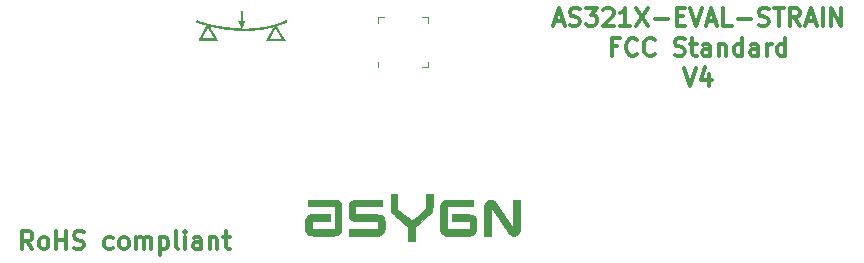
<source format=gbr>
G04 #@! TF.GenerationSoftware,KiCad,Pcbnew,5.1.9*
G04 #@! TF.CreationDate,2022-09-01T16:12:18+02:00*
G04 #@! TF.ProjectId,picsyle-R_strain_915,70696373-796c-4652-9d52-5f7374726169,rev?*
G04 #@! TF.SameCoordinates,Original*
G04 #@! TF.FileFunction,Legend,Top*
G04 #@! TF.FilePolarity,Positive*
%FSLAX46Y46*%
G04 Gerber Fmt 4.6, Leading zero omitted, Abs format (unit mm)*
G04 Created by KiCad (PCBNEW 5.1.9) date 2022-09-01 16:12:18*
%MOMM*%
%LPD*%
G01*
G04 APERTURE LIST*
%ADD10C,0.300000*%
%ADD11C,0.120000*%
%ADD12C,0.010000*%
G04 APERTURE END LIST*
D10*
X67616571Y-115486571D02*
X67116571Y-114772285D01*
X66759428Y-115486571D02*
X66759428Y-113986571D01*
X67330857Y-113986571D01*
X67473714Y-114058000D01*
X67545142Y-114129428D01*
X67616571Y-114272285D01*
X67616571Y-114486571D01*
X67545142Y-114629428D01*
X67473714Y-114700857D01*
X67330857Y-114772285D01*
X66759428Y-114772285D01*
X68473714Y-115486571D02*
X68330857Y-115415142D01*
X68259428Y-115343714D01*
X68188000Y-115200857D01*
X68188000Y-114772285D01*
X68259428Y-114629428D01*
X68330857Y-114558000D01*
X68473714Y-114486571D01*
X68688000Y-114486571D01*
X68830857Y-114558000D01*
X68902285Y-114629428D01*
X68973714Y-114772285D01*
X68973714Y-115200857D01*
X68902285Y-115343714D01*
X68830857Y-115415142D01*
X68688000Y-115486571D01*
X68473714Y-115486571D01*
X69616571Y-115486571D02*
X69616571Y-113986571D01*
X69616571Y-114700857D02*
X70473714Y-114700857D01*
X70473714Y-115486571D02*
X70473714Y-113986571D01*
X71116571Y-115415142D02*
X71330857Y-115486571D01*
X71688000Y-115486571D01*
X71830857Y-115415142D01*
X71902285Y-115343714D01*
X71973714Y-115200857D01*
X71973714Y-115058000D01*
X71902285Y-114915142D01*
X71830857Y-114843714D01*
X71688000Y-114772285D01*
X71402285Y-114700857D01*
X71259428Y-114629428D01*
X71188000Y-114558000D01*
X71116571Y-114415142D01*
X71116571Y-114272285D01*
X71188000Y-114129428D01*
X71259428Y-114058000D01*
X71402285Y-113986571D01*
X71759428Y-113986571D01*
X71973714Y-114058000D01*
X74402285Y-115415142D02*
X74259428Y-115486571D01*
X73973714Y-115486571D01*
X73830857Y-115415142D01*
X73759428Y-115343714D01*
X73688000Y-115200857D01*
X73688000Y-114772285D01*
X73759428Y-114629428D01*
X73830857Y-114558000D01*
X73973714Y-114486571D01*
X74259428Y-114486571D01*
X74402285Y-114558000D01*
X75259428Y-115486571D02*
X75116571Y-115415142D01*
X75045142Y-115343714D01*
X74973714Y-115200857D01*
X74973714Y-114772285D01*
X75045142Y-114629428D01*
X75116571Y-114558000D01*
X75259428Y-114486571D01*
X75473714Y-114486571D01*
X75616571Y-114558000D01*
X75688000Y-114629428D01*
X75759428Y-114772285D01*
X75759428Y-115200857D01*
X75688000Y-115343714D01*
X75616571Y-115415142D01*
X75473714Y-115486571D01*
X75259428Y-115486571D01*
X76402285Y-115486571D02*
X76402285Y-114486571D01*
X76402285Y-114629428D02*
X76473714Y-114558000D01*
X76616571Y-114486571D01*
X76830857Y-114486571D01*
X76973714Y-114558000D01*
X77045142Y-114700857D01*
X77045142Y-115486571D01*
X77045142Y-114700857D02*
X77116571Y-114558000D01*
X77259428Y-114486571D01*
X77473714Y-114486571D01*
X77616571Y-114558000D01*
X77688000Y-114700857D01*
X77688000Y-115486571D01*
X78402285Y-114486571D02*
X78402285Y-115986571D01*
X78402285Y-114558000D02*
X78545142Y-114486571D01*
X78830857Y-114486571D01*
X78973714Y-114558000D01*
X79045142Y-114629428D01*
X79116571Y-114772285D01*
X79116571Y-115200857D01*
X79045142Y-115343714D01*
X78973714Y-115415142D01*
X78830857Y-115486571D01*
X78545142Y-115486571D01*
X78402285Y-115415142D01*
X79973714Y-115486571D02*
X79830857Y-115415142D01*
X79759428Y-115272285D01*
X79759428Y-113986571D01*
X80545142Y-115486571D02*
X80545142Y-114486571D01*
X80545142Y-113986571D02*
X80473714Y-114058000D01*
X80545142Y-114129428D01*
X80616571Y-114058000D01*
X80545142Y-113986571D01*
X80545142Y-114129428D01*
X81902285Y-115486571D02*
X81902285Y-114700857D01*
X81830857Y-114558000D01*
X81688000Y-114486571D01*
X81402285Y-114486571D01*
X81259428Y-114558000D01*
X81902285Y-115415142D02*
X81759428Y-115486571D01*
X81402285Y-115486571D01*
X81259428Y-115415142D01*
X81188000Y-115272285D01*
X81188000Y-115129428D01*
X81259428Y-114986571D01*
X81402285Y-114915142D01*
X81759428Y-114915142D01*
X81902285Y-114843714D01*
X82616571Y-114486571D02*
X82616571Y-115486571D01*
X82616571Y-114629428D02*
X82688000Y-114558000D01*
X82830857Y-114486571D01*
X83045142Y-114486571D01*
X83188000Y-114558000D01*
X83259428Y-114700857D01*
X83259428Y-115486571D01*
X83759428Y-114486571D02*
X84330857Y-114486571D01*
X83973714Y-113986571D02*
X83973714Y-115272285D01*
X84045142Y-115415142D01*
X84188000Y-115486571D01*
X84330857Y-115486571D01*
X111820428Y-96142000D02*
X112534714Y-96142000D01*
X111677571Y-96570571D02*
X112177571Y-95070571D01*
X112677571Y-96570571D01*
X113106142Y-96499142D02*
X113320428Y-96570571D01*
X113677571Y-96570571D01*
X113820428Y-96499142D01*
X113891857Y-96427714D01*
X113963285Y-96284857D01*
X113963285Y-96142000D01*
X113891857Y-95999142D01*
X113820428Y-95927714D01*
X113677571Y-95856285D01*
X113391857Y-95784857D01*
X113249000Y-95713428D01*
X113177571Y-95642000D01*
X113106142Y-95499142D01*
X113106142Y-95356285D01*
X113177571Y-95213428D01*
X113249000Y-95142000D01*
X113391857Y-95070571D01*
X113749000Y-95070571D01*
X113963285Y-95142000D01*
X114463285Y-95070571D02*
X115391857Y-95070571D01*
X114891857Y-95642000D01*
X115106142Y-95642000D01*
X115249000Y-95713428D01*
X115320428Y-95784857D01*
X115391857Y-95927714D01*
X115391857Y-96284857D01*
X115320428Y-96427714D01*
X115249000Y-96499142D01*
X115106142Y-96570571D01*
X114677571Y-96570571D01*
X114534714Y-96499142D01*
X114463285Y-96427714D01*
X115963285Y-95213428D02*
X116034714Y-95142000D01*
X116177571Y-95070571D01*
X116534714Y-95070571D01*
X116677571Y-95142000D01*
X116749000Y-95213428D01*
X116820428Y-95356285D01*
X116820428Y-95499142D01*
X116749000Y-95713428D01*
X115891857Y-96570571D01*
X116820428Y-96570571D01*
X118249000Y-96570571D02*
X117391857Y-96570571D01*
X117820428Y-96570571D02*
X117820428Y-95070571D01*
X117677571Y-95284857D01*
X117534714Y-95427714D01*
X117391857Y-95499142D01*
X118749000Y-95070571D02*
X119749000Y-96570571D01*
X119749000Y-95070571D02*
X118749000Y-96570571D01*
X120320428Y-95999142D02*
X121463285Y-95999142D01*
X122177571Y-95784857D02*
X122677571Y-95784857D01*
X122891857Y-96570571D02*
X122177571Y-96570571D01*
X122177571Y-95070571D01*
X122891857Y-95070571D01*
X123320428Y-95070571D02*
X123820428Y-96570571D01*
X124320428Y-95070571D01*
X124749000Y-96142000D02*
X125463285Y-96142000D01*
X124606142Y-96570571D02*
X125106142Y-95070571D01*
X125606142Y-96570571D01*
X126820428Y-96570571D02*
X126106142Y-96570571D01*
X126106142Y-95070571D01*
X127320428Y-95999142D02*
X128463285Y-95999142D01*
X129106142Y-96499142D02*
X129320428Y-96570571D01*
X129677571Y-96570571D01*
X129820428Y-96499142D01*
X129891857Y-96427714D01*
X129963285Y-96284857D01*
X129963285Y-96142000D01*
X129891857Y-95999142D01*
X129820428Y-95927714D01*
X129677571Y-95856285D01*
X129391857Y-95784857D01*
X129249000Y-95713428D01*
X129177571Y-95642000D01*
X129106142Y-95499142D01*
X129106142Y-95356285D01*
X129177571Y-95213428D01*
X129249000Y-95142000D01*
X129391857Y-95070571D01*
X129749000Y-95070571D01*
X129963285Y-95142000D01*
X130391857Y-95070571D02*
X131249000Y-95070571D01*
X130820428Y-96570571D02*
X130820428Y-95070571D01*
X132606142Y-96570571D02*
X132106142Y-95856285D01*
X131749000Y-96570571D02*
X131749000Y-95070571D01*
X132320428Y-95070571D01*
X132463285Y-95142000D01*
X132534714Y-95213428D01*
X132606142Y-95356285D01*
X132606142Y-95570571D01*
X132534714Y-95713428D01*
X132463285Y-95784857D01*
X132320428Y-95856285D01*
X131749000Y-95856285D01*
X133177571Y-96142000D02*
X133891857Y-96142000D01*
X133034714Y-96570571D02*
X133534714Y-95070571D01*
X134034714Y-96570571D01*
X134534714Y-96570571D02*
X134534714Y-95070571D01*
X135249000Y-96570571D02*
X135249000Y-95070571D01*
X136106142Y-96570571D01*
X136106142Y-95070571D01*
X117141857Y-98334857D02*
X116641857Y-98334857D01*
X116641857Y-99120571D02*
X116641857Y-97620571D01*
X117356142Y-97620571D01*
X118784714Y-98977714D02*
X118713285Y-99049142D01*
X118499000Y-99120571D01*
X118356142Y-99120571D01*
X118141857Y-99049142D01*
X117999000Y-98906285D01*
X117927571Y-98763428D01*
X117856142Y-98477714D01*
X117856142Y-98263428D01*
X117927571Y-97977714D01*
X117999000Y-97834857D01*
X118141857Y-97692000D01*
X118356142Y-97620571D01*
X118499000Y-97620571D01*
X118713285Y-97692000D01*
X118784714Y-97763428D01*
X120284714Y-98977714D02*
X120213285Y-99049142D01*
X119999000Y-99120571D01*
X119856142Y-99120571D01*
X119641857Y-99049142D01*
X119499000Y-98906285D01*
X119427571Y-98763428D01*
X119356142Y-98477714D01*
X119356142Y-98263428D01*
X119427571Y-97977714D01*
X119499000Y-97834857D01*
X119641857Y-97692000D01*
X119856142Y-97620571D01*
X119999000Y-97620571D01*
X120213285Y-97692000D01*
X120284714Y-97763428D01*
X121999000Y-99049142D02*
X122213285Y-99120571D01*
X122570428Y-99120571D01*
X122713285Y-99049142D01*
X122784714Y-98977714D01*
X122856142Y-98834857D01*
X122856142Y-98692000D01*
X122784714Y-98549142D01*
X122713285Y-98477714D01*
X122570428Y-98406285D01*
X122284714Y-98334857D01*
X122141857Y-98263428D01*
X122070428Y-98192000D01*
X121999000Y-98049142D01*
X121999000Y-97906285D01*
X122070428Y-97763428D01*
X122141857Y-97692000D01*
X122284714Y-97620571D01*
X122641857Y-97620571D01*
X122856142Y-97692000D01*
X123284714Y-98120571D02*
X123856142Y-98120571D01*
X123499000Y-97620571D02*
X123499000Y-98906285D01*
X123570428Y-99049142D01*
X123713285Y-99120571D01*
X123856142Y-99120571D01*
X124999000Y-99120571D02*
X124999000Y-98334857D01*
X124927571Y-98192000D01*
X124784714Y-98120571D01*
X124499000Y-98120571D01*
X124356142Y-98192000D01*
X124999000Y-99049142D02*
X124856142Y-99120571D01*
X124499000Y-99120571D01*
X124356142Y-99049142D01*
X124284714Y-98906285D01*
X124284714Y-98763428D01*
X124356142Y-98620571D01*
X124499000Y-98549142D01*
X124856142Y-98549142D01*
X124999000Y-98477714D01*
X125713285Y-98120571D02*
X125713285Y-99120571D01*
X125713285Y-98263428D02*
X125784714Y-98192000D01*
X125927571Y-98120571D01*
X126141857Y-98120571D01*
X126284714Y-98192000D01*
X126356142Y-98334857D01*
X126356142Y-99120571D01*
X127713285Y-99120571D02*
X127713285Y-97620571D01*
X127713285Y-99049142D02*
X127570428Y-99120571D01*
X127284714Y-99120571D01*
X127141857Y-99049142D01*
X127070428Y-98977714D01*
X126999000Y-98834857D01*
X126999000Y-98406285D01*
X127070428Y-98263428D01*
X127141857Y-98192000D01*
X127284714Y-98120571D01*
X127570428Y-98120571D01*
X127713285Y-98192000D01*
X129070428Y-99120571D02*
X129070428Y-98334857D01*
X128999000Y-98192000D01*
X128856142Y-98120571D01*
X128570428Y-98120571D01*
X128427571Y-98192000D01*
X129070428Y-99049142D02*
X128927571Y-99120571D01*
X128570428Y-99120571D01*
X128427571Y-99049142D01*
X128356142Y-98906285D01*
X128356142Y-98763428D01*
X128427571Y-98620571D01*
X128570428Y-98549142D01*
X128927571Y-98549142D01*
X129070428Y-98477714D01*
X129784714Y-99120571D02*
X129784714Y-98120571D01*
X129784714Y-98406285D02*
X129856142Y-98263428D01*
X129927571Y-98192000D01*
X130070428Y-98120571D01*
X130213285Y-98120571D01*
X131356142Y-99120571D02*
X131356142Y-97620571D01*
X131356142Y-99049142D02*
X131213285Y-99120571D01*
X130927571Y-99120571D01*
X130784714Y-99049142D01*
X130713285Y-98977714D01*
X130641857Y-98834857D01*
X130641857Y-98406285D01*
X130713285Y-98263428D01*
X130784714Y-98192000D01*
X130927571Y-98120571D01*
X131213285Y-98120571D01*
X131356142Y-98192000D01*
X122784714Y-100170571D02*
X123284714Y-101670571D01*
X123784714Y-100170571D01*
X124927571Y-100670571D02*
X124927571Y-101670571D01*
X124570428Y-100099142D02*
X124213285Y-101170571D01*
X125141857Y-101170571D01*
D11*
X96889620Y-96352300D02*
X96889620Y-95877300D01*
X96889620Y-95877300D02*
X97364620Y-95877300D01*
X101109620Y-99622300D02*
X101109620Y-100097300D01*
X101109620Y-100097300D02*
X100634620Y-100097300D01*
X101109620Y-96352300D02*
X101109620Y-95877300D01*
X101109620Y-95877300D02*
X100634620Y-95877300D01*
X96889620Y-99622300D02*
X96889620Y-100097300D01*
D12*
G36*
X98503833Y-112076425D02*
G01*
X99108323Y-112578567D01*
X99206169Y-112659732D01*
X99299378Y-112736830D01*
X99386659Y-112808808D01*
X99466722Y-112874610D01*
X99538276Y-112933183D01*
X99600029Y-112983473D01*
X99650691Y-113024424D01*
X99688971Y-113054983D01*
X99713577Y-113074096D01*
X99723218Y-113080708D01*
X99723220Y-113080708D01*
X99732840Y-113074093D01*
X99757403Y-113054952D01*
X99795620Y-113024342D01*
X99846199Y-112983322D01*
X99907851Y-112932947D01*
X99979286Y-112874275D01*
X100059212Y-112808363D01*
X100146341Y-112736268D01*
X100239381Y-112659048D01*
X100336350Y-112578337D01*
X100939074Y-112075966D01*
X100931574Y-111448566D01*
X100924074Y-110821167D01*
X101488333Y-110821167D01*
X101488176Y-111485271D01*
X101488109Y-111628408D01*
X101487894Y-111752085D01*
X101487404Y-111858006D01*
X101486510Y-111947879D01*
X101485083Y-112023408D01*
X101482997Y-112086299D01*
X101480122Y-112138258D01*
X101476331Y-112180992D01*
X101471496Y-112216205D01*
X101465487Y-112245604D01*
X101458178Y-112270894D01*
X101449441Y-112293782D01*
X101439146Y-112315972D01*
X101427166Y-112339172D01*
X101423519Y-112346029D01*
X101397793Y-112387954D01*
X101366551Y-112430278D01*
X101346874Y-112452847D01*
X101331903Y-112466731D01*
X101301972Y-112493006D01*
X101258410Y-112530547D01*
X101202547Y-112578231D01*
X101135713Y-112634932D01*
X101059236Y-112699526D01*
X100974447Y-112770889D01*
X100882675Y-112847895D01*
X100785249Y-112929422D01*
X100683499Y-113014343D01*
X100649422Y-113042735D01*
X99996083Y-113586845D01*
X99996083Y-114842833D01*
X99445750Y-114842833D01*
X99445431Y-114215771D01*
X99445112Y-113588708D01*
X98765451Y-113022500D01*
X98638599Y-112916793D01*
X98526971Y-112823614D01*
X98429525Y-112741949D01*
X98345220Y-112670785D01*
X98273012Y-112609106D01*
X98211859Y-112555900D01*
X98160719Y-112510151D01*
X98118548Y-112470846D01*
X98084305Y-112436971D01*
X98056947Y-112407511D01*
X98035432Y-112381452D01*
X98018716Y-112357781D01*
X98005758Y-112335483D01*
X97995515Y-112313544D01*
X97986944Y-112290950D01*
X97979003Y-112266687D01*
X97974906Y-112253493D01*
X97970597Y-112238824D01*
X97966908Y-112223705D01*
X97963791Y-112206452D01*
X97961197Y-112185380D01*
X97959080Y-112158805D01*
X97957389Y-112125043D01*
X97956079Y-112082410D01*
X97955100Y-112029221D01*
X97954405Y-111963792D01*
X97953946Y-111884439D01*
X97953674Y-111789477D01*
X97953542Y-111677222D01*
X97953501Y-111545991D01*
X97953500Y-111502677D01*
X97953500Y-110821167D01*
X98503833Y-110821167D01*
X98503833Y-112076425D01*
G37*
X98503833Y-112076425D02*
X99108323Y-112578567D01*
X99206169Y-112659732D01*
X99299378Y-112736830D01*
X99386659Y-112808808D01*
X99466722Y-112874610D01*
X99538276Y-112933183D01*
X99600029Y-112983473D01*
X99650691Y-113024424D01*
X99688971Y-113054983D01*
X99713577Y-113074096D01*
X99723218Y-113080708D01*
X99723220Y-113080708D01*
X99732840Y-113074093D01*
X99757403Y-113054952D01*
X99795620Y-113024342D01*
X99846199Y-112983322D01*
X99907851Y-112932947D01*
X99979286Y-112874275D01*
X100059212Y-112808363D01*
X100146341Y-112736268D01*
X100239381Y-112659048D01*
X100336350Y-112578337D01*
X100939074Y-112075966D01*
X100931574Y-111448566D01*
X100924074Y-110821167D01*
X101488333Y-110821167D01*
X101488176Y-111485271D01*
X101488109Y-111628408D01*
X101487894Y-111752085D01*
X101487404Y-111858006D01*
X101486510Y-111947879D01*
X101485083Y-112023408D01*
X101482997Y-112086299D01*
X101480122Y-112138258D01*
X101476331Y-112180992D01*
X101471496Y-112216205D01*
X101465487Y-112245604D01*
X101458178Y-112270894D01*
X101449441Y-112293782D01*
X101439146Y-112315972D01*
X101427166Y-112339172D01*
X101423519Y-112346029D01*
X101397793Y-112387954D01*
X101366551Y-112430278D01*
X101346874Y-112452847D01*
X101331903Y-112466731D01*
X101301972Y-112493006D01*
X101258410Y-112530547D01*
X101202547Y-112578231D01*
X101135713Y-112634932D01*
X101059236Y-112699526D01*
X100974447Y-112770889D01*
X100882675Y-112847895D01*
X100785249Y-112929422D01*
X100683499Y-113014343D01*
X100649422Y-113042735D01*
X99996083Y-113586845D01*
X99996083Y-114842833D01*
X99445750Y-114842833D01*
X99445431Y-114215771D01*
X99445112Y-113588708D01*
X98765451Y-113022500D01*
X98638599Y-112916793D01*
X98526971Y-112823614D01*
X98429525Y-112741949D01*
X98345220Y-112670785D01*
X98273012Y-112609106D01*
X98211859Y-112555900D01*
X98160719Y-112510151D01*
X98118548Y-112470846D01*
X98084305Y-112436971D01*
X98056947Y-112407511D01*
X98035432Y-112381452D01*
X98018716Y-112357781D01*
X98005758Y-112335483D01*
X97995515Y-112313544D01*
X97986944Y-112290950D01*
X97979003Y-112266687D01*
X97974906Y-112253493D01*
X97970597Y-112238824D01*
X97966908Y-112223705D01*
X97963791Y-112206452D01*
X97961197Y-112185380D01*
X97959080Y-112158805D01*
X97957389Y-112125043D01*
X97956079Y-112082410D01*
X97955100Y-112029221D01*
X97954405Y-111963792D01*
X97953946Y-111884439D01*
X97953674Y-111789477D01*
X97953542Y-111677222D01*
X97953501Y-111545991D01*
X97953500Y-111502677D01*
X97953500Y-110821167D01*
X98503833Y-110821167D01*
X98503833Y-112076425D01*
G36*
X97180916Y-111868917D02*
G01*
X94947833Y-111868917D01*
X94947833Y-112556833D01*
X95966479Y-112556959D01*
X96139686Y-112556978D01*
X96293071Y-112557030D01*
X96427976Y-112557176D01*
X96545746Y-112557477D01*
X96647722Y-112557995D01*
X96735251Y-112558788D01*
X96809673Y-112559920D01*
X96872335Y-112561450D01*
X96924578Y-112563439D01*
X96967746Y-112565949D01*
X97003184Y-112569040D01*
X97032234Y-112572772D01*
X97056240Y-112577208D01*
X97076546Y-112582407D01*
X97094496Y-112588431D01*
X97111432Y-112595341D01*
X97128699Y-112603197D01*
X97143875Y-112610307D01*
X97185528Y-112635759D01*
X97232976Y-112674079D01*
X97281004Y-112720055D01*
X97324402Y-112768475D01*
X97357956Y-112814125D01*
X97370859Y-112837292D01*
X97383218Y-112864436D01*
X97393502Y-112889662D01*
X97401900Y-112915174D01*
X97408604Y-112943175D01*
X97413806Y-112975869D01*
X97417697Y-113015460D01*
X97420468Y-113064151D01*
X97422310Y-113124146D01*
X97423415Y-113197648D01*
X97423974Y-113286863D01*
X97424179Y-113393992D01*
X97424207Y-113451850D01*
X97424139Y-113565612D01*
X97423822Y-113660257D01*
X97423188Y-113737833D01*
X97422172Y-113800388D01*
X97420706Y-113849970D01*
X97418723Y-113888628D01*
X97416156Y-113918409D01*
X97412939Y-113941364D01*
X97409005Y-113959538D01*
X97407448Y-113965141D01*
X97369204Y-114060340D01*
X97314408Y-114146016D01*
X97245568Y-114219858D01*
X97165189Y-114279552D01*
X97075777Y-114322786D01*
X96996410Y-114344530D01*
X96975825Y-114346522D01*
X96936798Y-114348318D01*
X96879063Y-114349919D01*
X96802353Y-114351328D01*
X96706402Y-114352547D01*
X96590944Y-114353578D01*
X96455712Y-114354423D01*
X96300439Y-114355085D01*
X96124859Y-114355567D01*
X95928706Y-114355869D01*
X95711713Y-114355995D01*
X95660264Y-114356000D01*
X94386916Y-114356000D01*
X94386916Y-113795083D01*
X96874000Y-113795083D01*
X96874000Y-113107167D01*
X95848531Y-113107167D01*
X95678154Y-113107155D01*
X95527618Y-113107103D01*
X95395597Y-113106986D01*
X95280764Y-113106777D01*
X95181793Y-113106452D01*
X95097358Y-113105985D01*
X95026134Y-113105350D01*
X94966794Y-113104523D01*
X94918012Y-113103476D01*
X94878461Y-113102186D01*
X94846817Y-113100626D01*
X94821753Y-113098772D01*
X94801942Y-113096596D01*
X94786059Y-113094075D01*
X94772777Y-113091183D01*
X94760771Y-113087894D01*
X94755038Y-113086156D01*
X94660759Y-113046398D01*
X94576703Y-112989656D01*
X94505200Y-112918353D01*
X94448584Y-112834913D01*
X94409186Y-112741758D01*
X94403139Y-112720505D01*
X94398536Y-112691432D01*
X94394616Y-112644125D01*
X94391377Y-112581503D01*
X94388820Y-112506486D01*
X94386946Y-112421994D01*
X94385754Y-112330949D01*
X94385244Y-112236270D01*
X94385417Y-112140877D01*
X94386272Y-112047690D01*
X94387809Y-111959631D01*
X94390030Y-111879618D01*
X94392932Y-111810573D01*
X94396518Y-111755415D01*
X94400786Y-111717065D01*
X94403121Y-111705315D01*
X94437923Y-111611780D01*
X94490090Y-111526533D01*
X94556937Y-111452093D01*
X94635775Y-111390976D01*
X94723919Y-111345701D01*
X94814839Y-111319470D01*
X94836430Y-111317363D01*
X94877067Y-111315475D01*
X94936974Y-111313805D01*
X95016372Y-111312350D01*
X95115484Y-111311109D01*
X95234532Y-111310079D01*
X95373739Y-111309258D01*
X95533326Y-111308644D01*
X95713518Y-111308234D01*
X95914535Y-111308028D01*
X96029277Y-111308000D01*
X97180916Y-111308000D01*
X97180916Y-111868917D01*
G37*
X97180916Y-111868917D02*
X94947833Y-111868917D01*
X94947833Y-112556833D01*
X95966479Y-112556959D01*
X96139686Y-112556978D01*
X96293071Y-112557030D01*
X96427976Y-112557176D01*
X96545746Y-112557477D01*
X96647722Y-112557995D01*
X96735251Y-112558788D01*
X96809673Y-112559920D01*
X96872335Y-112561450D01*
X96924578Y-112563439D01*
X96967746Y-112565949D01*
X97003184Y-112569040D01*
X97032234Y-112572772D01*
X97056240Y-112577208D01*
X97076546Y-112582407D01*
X97094496Y-112588431D01*
X97111432Y-112595341D01*
X97128699Y-112603197D01*
X97143875Y-112610307D01*
X97185528Y-112635759D01*
X97232976Y-112674079D01*
X97281004Y-112720055D01*
X97324402Y-112768475D01*
X97357956Y-112814125D01*
X97370859Y-112837292D01*
X97383218Y-112864436D01*
X97393502Y-112889662D01*
X97401900Y-112915174D01*
X97408604Y-112943175D01*
X97413806Y-112975869D01*
X97417697Y-113015460D01*
X97420468Y-113064151D01*
X97422310Y-113124146D01*
X97423415Y-113197648D01*
X97423974Y-113286863D01*
X97424179Y-113393992D01*
X97424207Y-113451850D01*
X97424139Y-113565612D01*
X97423822Y-113660257D01*
X97423188Y-113737833D01*
X97422172Y-113800388D01*
X97420706Y-113849970D01*
X97418723Y-113888628D01*
X97416156Y-113918409D01*
X97412939Y-113941364D01*
X97409005Y-113959538D01*
X97407448Y-113965141D01*
X97369204Y-114060340D01*
X97314408Y-114146016D01*
X97245568Y-114219858D01*
X97165189Y-114279552D01*
X97075777Y-114322786D01*
X96996410Y-114344530D01*
X96975825Y-114346522D01*
X96936798Y-114348318D01*
X96879063Y-114349919D01*
X96802353Y-114351328D01*
X96706402Y-114352547D01*
X96590944Y-114353578D01*
X96455712Y-114354423D01*
X96300439Y-114355085D01*
X96124859Y-114355567D01*
X95928706Y-114355869D01*
X95711713Y-114355995D01*
X95660264Y-114356000D01*
X94386916Y-114356000D01*
X94386916Y-113795083D01*
X96874000Y-113795083D01*
X96874000Y-113107167D01*
X95848531Y-113107167D01*
X95678154Y-113107155D01*
X95527618Y-113107103D01*
X95395597Y-113106986D01*
X95280764Y-113106777D01*
X95181793Y-113106452D01*
X95097358Y-113105985D01*
X95026134Y-113105350D01*
X94966794Y-113104523D01*
X94918012Y-113103476D01*
X94878461Y-113102186D01*
X94846817Y-113100626D01*
X94821753Y-113098772D01*
X94801942Y-113096596D01*
X94786059Y-113094075D01*
X94772777Y-113091183D01*
X94760771Y-113087894D01*
X94755038Y-113086156D01*
X94660759Y-113046398D01*
X94576703Y-112989656D01*
X94505200Y-112918353D01*
X94448584Y-112834913D01*
X94409186Y-112741758D01*
X94403139Y-112720505D01*
X94398536Y-112691432D01*
X94394616Y-112644125D01*
X94391377Y-112581503D01*
X94388820Y-112506486D01*
X94386946Y-112421994D01*
X94385754Y-112330949D01*
X94385244Y-112236270D01*
X94385417Y-112140877D01*
X94386272Y-112047690D01*
X94387809Y-111959631D01*
X94390030Y-111879618D01*
X94392932Y-111810573D01*
X94396518Y-111755415D01*
X94400786Y-111717065D01*
X94403121Y-111705315D01*
X94437923Y-111611780D01*
X94490090Y-111526533D01*
X94556937Y-111452093D01*
X94635775Y-111390976D01*
X94723919Y-111345701D01*
X94814839Y-111319470D01*
X94836430Y-111317363D01*
X94877067Y-111315475D01*
X94936974Y-111313805D01*
X95016372Y-111312350D01*
X95115484Y-111311109D01*
X95234532Y-111310079D01*
X95373739Y-111309258D01*
X95533326Y-111308644D01*
X95713518Y-111308234D01*
X95914535Y-111308028D01*
X96029277Y-111308000D01*
X97180916Y-111308000D01*
X97180916Y-111868917D01*
G36*
X92320134Y-111308008D02*
G01*
X92483486Y-111308047D01*
X92628124Y-111308137D01*
X92755278Y-111308299D01*
X92866173Y-111308555D01*
X92962036Y-111308925D01*
X93044095Y-111309430D01*
X93113576Y-111310090D01*
X93171708Y-111310928D01*
X93219716Y-111311963D01*
X93258828Y-111313217D01*
X93290270Y-111314711D01*
X93315271Y-111316465D01*
X93335056Y-111318501D01*
X93350853Y-111320839D01*
X93363890Y-111323500D01*
X93375392Y-111326505D01*
X93384617Y-111329265D01*
X93473831Y-111367062D01*
X93555680Y-111421646D01*
X93626185Y-111489657D01*
X93681368Y-111567737D01*
X93692887Y-111589623D01*
X93702318Y-111608779D01*
X93710688Y-111626350D01*
X93718060Y-111643653D01*
X93724497Y-111662004D01*
X93730063Y-111682720D01*
X93734821Y-111707118D01*
X93738833Y-111736515D01*
X93742165Y-111772227D01*
X93744878Y-111815571D01*
X93747036Y-111867864D01*
X93748703Y-111930422D01*
X93749941Y-112004563D01*
X93750814Y-112091602D01*
X93751385Y-112192857D01*
X93751718Y-112309644D01*
X93751875Y-112443280D01*
X93751920Y-112595082D01*
X93751917Y-112766366D01*
X93751916Y-112817827D01*
X93751816Y-113015994D01*
X93751512Y-113193423D01*
X93751000Y-113350544D01*
X93750276Y-113487785D01*
X93749334Y-113605575D01*
X93748171Y-113704343D01*
X93746781Y-113784517D01*
X93745161Y-113846526D01*
X93743305Y-113890799D01*
X93741210Y-113917765D01*
X93740221Y-113924208D01*
X93713565Y-114008441D01*
X93670868Y-114090290D01*
X93615516Y-114165322D01*
X93550895Y-114229105D01*
X93480392Y-114277208D01*
X93464301Y-114285307D01*
X93444005Y-114294866D01*
X93425280Y-114303349D01*
X93406801Y-114310819D01*
X93387245Y-114317339D01*
X93365285Y-114322971D01*
X93339597Y-114327780D01*
X93308857Y-114331827D01*
X93271739Y-114335175D01*
X93226919Y-114337888D01*
X93173073Y-114340029D01*
X93108875Y-114341661D01*
X93033001Y-114342846D01*
X92944126Y-114343647D01*
X92840925Y-114344128D01*
X92722073Y-114344352D01*
X92586247Y-114344381D01*
X92432120Y-114344278D01*
X92258369Y-114344107D01*
X92227916Y-114344076D01*
X92066419Y-114343816D01*
X91913544Y-114343369D01*
X91770545Y-114342748D01*
X91638676Y-114341966D01*
X91519192Y-114341035D01*
X91413345Y-114339968D01*
X91322391Y-114338778D01*
X91247582Y-114337477D01*
X91190174Y-114336078D01*
X91151419Y-114334594D01*
X91132573Y-114333037D01*
X91132541Y-114333031D01*
X91045985Y-114306792D01*
X90961706Y-114262967D01*
X90884475Y-114204989D01*
X90819057Y-114136292D01*
X90780425Y-114079465D01*
X90765468Y-114052730D01*
X90752931Y-114028197D01*
X90742612Y-114003783D01*
X90734312Y-113977407D01*
X90727831Y-113946986D01*
X90722967Y-113910439D01*
X90719522Y-113865682D01*
X90717295Y-113810633D01*
X90716085Y-113743211D01*
X90715692Y-113661333D01*
X90715917Y-113562917D01*
X90716559Y-113445881D01*
X90716738Y-113417091D01*
X90719791Y-112930899D01*
X90764674Y-112840345D01*
X90820951Y-112748725D01*
X90890979Y-112673195D01*
X90974747Y-112613767D01*
X91072245Y-112570447D01*
X91094775Y-112563305D01*
X91107370Y-112560125D01*
X91123226Y-112557359D01*
X91143800Y-112554980D01*
X91170550Y-112552960D01*
X91204934Y-112551270D01*
X91248407Y-112549882D01*
X91302428Y-112548767D01*
X91368454Y-112547899D01*
X91447942Y-112547248D01*
X91542350Y-112546786D01*
X91653134Y-112546485D01*
X91781753Y-112546316D01*
X91929663Y-112546253D01*
X91975837Y-112546250D01*
X92799416Y-112546250D01*
X92799416Y-113096583D01*
X91264833Y-113096583D01*
X91264833Y-113784500D01*
X93191000Y-113784500D01*
X93191000Y-111858333D01*
X90957916Y-111858333D01*
X90957916Y-111308000D01*
X92136843Y-111308000D01*
X92320134Y-111308008D01*
G37*
X92320134Y-111308008D02*
X92483486Y-111308047D01*
X92628124Y-111308137D01*
X92755278Y-111308299D01*
X92866173Y-111308555D01*
X92962036Y-111308925D01*
X93044095Y-111309430D01*
X93113576Y-111310090D01*
X93171708Y-111310928D01*
X93219716Y-111311963D01*
X93258828Y-111313217D01*
X93290270Y-111314711D01*
X93315271Y-111316465D01*
X93335056Y-111318501D01*
X93350853Y-111320839D01*
X93363890Y-111323500D01*
X93375392Y-111326505D01*
X93384617Y-111329265D01*
X93473831Y-111367062D01*
X93555680Y-111421646D01*
X93626185Y-111489657D01*
X93681368Y-111567737D01*
X93692887Y-111589623D01*
X93702318Y-111608779D01*
X93710688Y-111626350D01*
X93718060Y-111643653D01*
X93724497Y-111662004D01*
X93730063Y-111682720D01*
X93734821Y-111707118D01*
X93738833Y-111736515D01*
X93742165Y-111772227D01*
X93744878Y-111815571D01*
X93747036Y-111867864D01*
X93748703Y-111930422D01*
X93749941Y-112004563D01*
X93750814Y-112091602D01*
X93751385Y-112192857D01*
X93751718Y-112309644D01*
X93751875Y-112443280D01*
X93751920Y-112595082D01*
X93751917Y-112766366D01*
X93751916Y-112817827D01*
X93751816Y-113015994D01*
X93751512Y-113193423D01*
X93751000Y-113350544D01*
X93750276Y-113487785D01*
X93749334Y-113605575D01*
X93748171Y-113704343D01*
X93746781Y-113784517D01*
X93745161Y-113846526D01*
X93743305Y-113890799D01*
X93741210Y-113917765D01*
X93740221Y-113924208D01*
X93713565Y-114008441D01*
X93670868Y-114090290D01*
X93615516Y-114165322D01*
X93550895Y-114229105D01*
X93480392Y-114277208D01*
X93464301Y-114285307D01*
X93444005Y-114294866D01*
X93425280Y-114303349D01*
X93406801Y-114310819D01*
X93387245Y-114317339D01*
X93365285Y-114322971D01*
X93339597Y-114327780D01*
X93308857Y-114331827D01*
X93271739Y-114335175D01*
X93226919Y-114337888D01*
X93173073Y-114340029D01*
X93108875Y-114341661D01*
X93033001Y-114342846D01*
X92944126Y-114343647D01*
X92840925Y-114344128D01*
X92722073Y-114344352D01*
X92586247Y-114344381D01*
X92432120Y-114344278D01*
X92258369Y-114344107D01*
X92227916Y-114344076D01*
X92066419Y-114343816D01*
X91913544Y-114343369D01*
X91770545Y-114342748D01*
X91638676Y-114341966D01*
X91519192Y-114341035D01*
X91413345Y-114339968D01*
X91322391Y-114338778D01*
X91247582Y-114337477D01*
X91190174Y-114336078D01*
X91151419Y-114334594D01*
X91132573Y-114333037D01*
X91132541Y-114333031D01*
X91045985Y-114306792D01*
X90961706Y-114262967D01*
X90884475Y-114204989D01*
X90819057Y-114136292D01*
X90780425Y-114079465D01*
X90765468Y-114052730D01*
X90752931Y-114028197D01*
X90742612Y-114003783D01*
X90734312Y-113977407D01*
X90727831Y-113946986D01*
X90722967Y-113910439D01*
X90719522Y-113865682D01*
X90717295Y-113810633D01*
X90716085Y-113743211D01*
X90715692Y-113661333D01*
X90715917Y-113562917D01*
X90716559Y-113445881D01*
X90716738Y-113417091D01*
X90719791Y-112930899D01*
X90764674Y-112840345D01*
X90820951Y-112748725D01*
X90890979Y-112673195D01*
X90974747Y-112613767D01*
X91072245Y-112570447D01*
X91094775Y-112563305D01*
X91107370Y-112560125D01*
X91123226Y-112557359D01*
X91143800Y-112554980D01*
X91170550Y-112552960D01*
X91204934Y-112551270D01*
X91248407Y-112549882D01*
X91302428Y-112548767D01*
X91368454Y-112547899D01*
X91447942Y-112547248D01*
X91542350Y-112546786D01*
X91653134Y-112546485D01*
X91781753Y-112546316D01*
X91929663Y-112546253D01*
X91975837Y-112546250D01*
X92799416Y-112546250D01*
X92799416Y-113096583D01*
X91264833Y-113096583D01*
X91264833Y-113784500D01*
X93191000Y-113784500D01*
X93191000Y-111858333D01*
X90957916Y-111858333D01*
X90957916Y-111308000D01*
X92136843Y-111308000D01*
X92320134Y-111308008D01*
G36*
X104938500Y-111868917D02*
G01*
X102705416Y-111868917D01*
X102705416Y-113795083D01*
X104631583Y-113795083D01*
X104631583Y-113107167D01*
X103107583Y-113107167D01*
X103107583Y-112556833D01*
X103925568Y-112556833D01*
X104082494Y-112556840D01*
X104219761Y-112556924D01*
X104338876Y-112557177D01*
X104441347Y-112557691D01*
X104528681Y-112558559D01*
X104602386Y-112559875D01*
X104663969Y-112561729D01*
X104714937Y-112564216D01*
X104756799Y-112567428D01*
X104791061Y-112571457D01*
X104819231Y-112576396D01*
X104842817Y-112582338D01*
X104863325Y-112589375D01*
X104882264Y-112597600D01*
X104901141Y-112607106D01*
X104921463Y-112617985D01*
X104921558Y-112618036D01*
X104986669Y-112662419D01*
X105048803Y-112721947D01*
X105102455Y-112790748D01*
X105133415Y-112844086D01*
X105147674Y-112875149D01*
X105159563Y-112906965D01*
X105169260Y-112941665D01*
X105176945Y-112981377D01*
X105182795Y-113028229D01*
X105186988Y-113084352D01*
X105189704Y-113151873D01*
X105191120Y-113232923D01*
X105191415Y-113329630D01*
X105190767Y-113444123D01*
X105190025Y-113519917D01*
X105188835Y-113623216D01*
X105187638Y-113707703D01*
X105186300Y-113775732D01*
X105184687Y-113829657D01*
X105182667Y-113871832D01*
X105180105Y-113904611D01*
X105176868Y-113930348D01*
X105172823Y-113951397D01*
X105167836Y-113970112D01*
X105163768Y-113982918D01*
X105123930Y-114072163D01*
X105067716Y-114153590D01*
X104998274Y-114224260D01*
X104918749Y-114281232D01*
X104832290Y-114321566D01*
X104787351Y-114334597D01*
X104769273Y-114336297D01*
X104730891Y-114337868D01*
X104673064Y-114339301D01*
X104596653Y-114340589D01*
X104502521Y-114341724D01*
X104391527Y-114342698D01*
X104264532Y-114343503D01*
X104122399Y-114344131D01*
X103965987Y-114344575D01*
X103796158Y-114344827D01*
X103657916Y-114344885D01*
X102573125Y-114344870D01*
X102501917Y-114320602D01*
X102424559Y-114286584D01*
X102350733Y-114240095D01*
X102288234Y-114186247D01*
X102274809Y-114171681D01*
X102240431Y-114124174D01*
X102206961Y-114064080D01*
X102178418Y-113999750D01*
X102158822Y-113939534D01*
X102155244Y-113923284D01*
X102153363Y-113902596D01*
X102151658Y-113862613D01*
X102150128Y-113805129D01*
X102148772Y-113731934D01*
X102147590Y-113644819D01*
X102146580Y-113545576D01*
X102145742Y-113435995D01*
X102145074Y-113317868D01*
X102144578Y-113192985D01*
X102144250Y-113063139D01*
X102144091Y-112930120D01*
X102144100Y-112795719D01*
X102144276Y-112661728D01*
X102144619Y-112529937D01*
X102145127Y-112402138D01*
X102145800Y-112280122D01*
X102146637Y-112165681D01*
X102147637Y-112060604D01*
X102148800Y-111966684D01*
X102150124Y-111885711D01*
X102151609Y-111819477D01*
X102153254Y-111769773D01*
X102155059Y-111738390D01*
X102156195Y-111729208D01*
X102183411Y-111643646D01*
X102227156Y-111560794D01*
X102284024Y-111485102D01*
X102350611Y-111421020D01*
X102423511Y-111372995D01*
X102432102Y-111368724D01*
X102451163Y-111359518D01*
X102468718Y-111351299D01*
X102486013Y-111344008D01*
X102504295Y-111337591D01*
X102524809Y-111331992D01*
X102548802Y-111327155D01*
X102577520Y-111323023D01*
X102612208Y-111319542D01*
X102654113Y-111316655D01*
X102704481Y-111314306D01*
X102764558Y-111312439D01*
X102835590Y-111310999D01*
X102918823Y-111309929D01*
X103015502Y-111309174D01*
X103126875Y-111308677D01*
X103254187Y-111308384D01*
X103398685Y-111308237D01*
X103561613Y-111308181D01*
X103744219Y-111308161D01*
X103782270Y-111308156D01*
X104938500Y-111308000D01*
X104938500Y-111868917D01*
G37*
X104938500Y-111868917D02*
X102705416Y-111868917D01*
X102705416Y-113795083D01*
X104631583Y-113795083D01*
X104631583Y-113107167D01*
X103107583Y-113107167D01*
X103107583Y-112556833D01*
X103925568Y-112556833D01*
X104082494Y-112556840D01*
X104219761Y-112556924D01*
X104338876Y-112557177D01*
X104441347Y-112557691D01*
X104528681Y-112558559D01*
X104602386Y-112559875D01*
X104663969Y-112561729D01*
X104714937Y-112564216D01*
X104756799Y-112567428D01*
X104791061Y-112571457D01*
X104819231Y-112576396D01*
X104842817Y-112582338D01*
X104863325Y-112589375D01*
X104882264Y-112597600D01*
X104901141Y-112607106D01*
X104921463Y-112617985D01*
X104921558Y-112618036D01*
X104986669Y-112662419D01*
X105048803Y-112721947D01*
X105102455Y-112790748D01*
X105133415Y-112844086D01*
X105147674Y-112875149D01*
X105159563Y-112906965D01*
X105169260Y-112941665D01*
X105176945Y-112981377D01*
X105182795Y-113028229D01*
X105186988Y-113084352D01*
X105189704Y-113151873D01*
X105191120Y-113232923D01*
X105191415Y-113329630D01*
X105190767Y-113444123D01*
X105190025Y-113519917D01*
X105188835Y-113623216D01*
X105187638Y-113707703D01*
X105186300Y-113775732D01*
X105184687Y-113829657D01*
X105182667Y-113871832D01*
X105180105Y-113904611D01*
X105176868Y-113930348D01*
X105172823Y-113951397D01*
X105167836Y-113970112D01*
X105163768Y-113982918D01*
X105123930Y-114072163D01*
X105067716Y-114153590D01*
X104998274Y-114224260D01*
X104918749Y-114281232D01*
X104832290Y-114321566D01*
X104787351Y-114334597D01*
X104769273Y-114336297D01*
X104730891Y-114337868D01*
X104673064Y-114339301D01*
X104596653Y-114340589D01*
X104502521Y-114341724D01*
X104391527Y-114342698D01*
X104264532Y-114343503D01*
X104122399Y-114344131D01*
X103965987Y-114344575D01*
X103796158Y-114344827D01*
X103657916Y-114344885D01*
X102573125Y-114344870D01*
X102501917Y-114320602D01*
X102424559Y-114286584D01*
X102350733Y-114240095D01*
X102288234Y-114186247D01*
X102274809Y-114171681D01*
X102240431Y-114124174D01*
X102206961Y-114064080D01*
X102178418Y-113999750D01*
X102158822Y-113939534D01*
X102155244Y-113923284D01*
X102153363Y-113902596D01*
X102151658Y-113862613D01*
X102150128Y-113805129D01*
X102148772Y-113731934D01*
X102147590Y-113644819D01*
X102146580Y-113545576D01*
X102145742Y-113435995D01*
X102145074Y-113317868D01*
X102144578Y-113192985D01*
X102144250Y-113063139D01*
X102144091Y-112930120D01*
X102144100Y-112795719D01*
X102144276Y-112661728D01*
X102144619Y-112529937D01*
X102145127Y-112402138D01*
X102145800Y-112280122D01*
X102146637Y-112165681D01*
X102147637Y-112060604D01*
X102148800Y-111966684D01*
X102150124Y-111885711D01*
X102151609Y-111819477D01*
X102153254Y-111769773D01*
X102155059Y-111738390D01*
X102156195Y-111729208D01*
X102183411Y-111643646D01*
X102227156Y-111560794D01*
X102284024Y-111485102D01*
X102350611Y-111421020D01*
X102423511Y-111372995D01*
X102432102Y-111368724D01*
X102451163Y-111359518D01*
X102468718Y-111351299D01*
X102486013Y-111344008D01*
X102504295Y-111337591D01*
X102524809Y-111331992D01*
X102548802Y-111327155D01*
X102577520Y-111323023D01*
X102612208Y-111319542D01*
X102654113Y-111316655D01*
X102704481Y-111314306D01*
X102764558Y-111312439D01*
X102835590Y-111310999D01*
X102918823Y-111309929D01*
X103015502Y-111309174D01*
X103126875Y-111308677D01*
X103254187Y-111308384D01*
X103398685Y-111308237D01*
X103561613Y-111308181D01*
X103744219Y-111308161D01*
X103782270Y-111308156D01*
X104938500Y-111308000D01*
X104938500Y-111868917D01*
G36*
X108886083Y-112613359D02*
G01*
X108886047Y-112812946D01*
X108885933Y-112992400D01*
X108885729Y-113152755D01*
X108885424Y-113295043D01*
X108885008Y-113420300D01*
X108884470Y-113529559D01*
X108883798Y-113623852D01*
X108882982Y-113704215D01*
X108882010Y-113771680D01*
X108880873Y-113827281D01*
X108879558Y-113872052D01*
X108878056Y-113907026D01*
X108876354Y-113933238D01*
X108874443Y-113951720D01*
X108872311Y-113963506D01*
X108871788Y-113965380D01*
X108830713Y-114065876D01*
X108773276Y-114152966D01*
X108699720Y-114226362D01*
X108610291Y-114285775D01*
X108591825Y-114295311D01*
X108501387Y-114340125D01*
X108223029Y-114340125D01*
X108133868Y-114295779D01*
X108051309Y-114247053D01*
X107990447Y-114195238D01*
X107977646Y-114179562D01*
X107953589Y-114147591D01*
X107919065Y-114100436D01*
X107874859Y-114039207D01*
X107821758Y-113965017D01*
X107760550Y-113878977D01*
X107692022Y-113782198D01*
X107616960Y-113675791D01*
X107536152Y-113560869D01*
X107450385Y-113438541D01*
X107360446Y-113309921D01*
X107267121Y-113176118D01*
X107175530Y-113044478D01*
X106414875Y-111949915D01*
X106412183Y-113147666D01*
X106409492Y-114345417D01*
X105848666Y-114345417D01*
X105848666Y-113065354D01*
X105848743Y-112848452D01*
X105848976Y-112652255D01*
X105849370Y-112476300D01*
X105849929Y-112320126D01*
X105850656Y-112183272D01*
X105851555Y-112065275D01*
X105852632Y-111965675D01*
X105853889Y-111884009D01*
X105855330Y-111819815D01*
X105856961Y-111772633D01*
X105858784Y-111742000D01*
X105860362Y-111729208D01*
X105888882Y-111639972D01*
X105934911Y-111553962D01*
X105994959Y-111476102D01*
X106065537Y-111411313D01*
X106104407Y-111384923D01*
X106185228Y-111346766D01*
X106275787Y-111321650D01*
X106367791Y-111311532D01*
X106410992Y-111312649D01*
X106513244Y-111328403D01*
X106603406Y-111359843D01*
X106685169Y-111408547D01*
X106738044Y-111452510D01*
X106750860Y-111467519D01*
X106775100Y-111499150D01*
X106810189Y-111546590D01*
X106855550Y-111609027D01*
X106910604Y-111685648D01*
X106974775Y-111775641D01*
X107047486Y-111878193D01*
X107128160Y-111992491D01*
X107216219Y-112117724D01*
X107311087Y-112253077D01*
X107412186Y-112397740D01*
X107518940Y-112550898D01*
X107558253Y-112607396D01*
X108330458Y-113717637D01*
X108333149Y-112512819D01*
X108335839Y-111308000D01*
X108886083Y-111308000D01*
X108886083Y-112613359D01*
G37*
X108886083Y-112613359D02*
X108886047Y-112812946D01*
X108885933Y-112992400D01*
X108885729Y-113152755D01*
X108885424Y-113295043D01*
X108885008Y-113420300D01*
X108884470Y-113529559D01*
X108883798Y-113623852D01*
X108882982Y-113704215D01*
X108882010Y-113771680D01*
X108880873Y-113827281D01*
X108879558Y-113872052D01*
X108878056Y-113907026D01*
X108876354Y-113933238D01*
X108874443Y-113951720D01*
X108872311Y-113963506D01*
X108871788Y-113965380D01*
X108830713Y-114065876D01*
X108773276Y-114152966D01*
X108699720Y-114226362D01*
X108610291Y-114285775D01*
X108591825Y-114295311D01*
X108501387Y-114340125D01*
X108223029Y-114340125D01*
X108133868Y-114295779D01*
X108051309Y-114247053D01*
X107990447Y-114195238D01*
X107977646Y-114179562D01*
X107953589Y-114147591D01*
X107919065Y-114100436D01*
X107874859Y-114039207D01*
X107821758Y-113965017D01*
X107760550Y-113878977D01*
X107692022Y-113782198D01*
X107616960Y-113675791D01*
X107536152Y-113560869D01*
X107450385Y-113438541D01*
X107360446Y-113309921D01*
X107267121Y-113176118D01*
X107175530Y-113044478D01*
X106414875Y-111949915D01*
X106412183Y-113147666D01*
X106409492Y-114345417D01*
X105848666Y-114345417D01*
X105848666Y-113065354D01*
X105848743Y-112848452D01*
X105848976Y-112652255D01*
X105849370Y-112476300D01*
X105849929Y-112320126D01*
X105850656Y-112183272D01*
X105851555Y-112065275D01*
X105852632Y-111965675D01*
X105853889Y-111884009D01*
X105855330Y-111819815D01*
X105856961Y-111772633D01*
X105858784Y-111742000D01*
X105860362Y-111729208D01*
X105888882Y-111639972D01*
X105934911Y-111553962D01*
X105994959Y-111476102D01*
X106065537Y-111411313D01*
X106104407Y-111384923D01*
X106185228Y-111346766D01*
X106275787Y-111321650D01*
X106367791Y-111311532D01*
X106410992Y-111312649D01*
X106513244Y-111328403D01*
X106603406Y-111359843D01*
X106685169Y-111408547D01*
X106738044Y-111452510D01*
X106750860Y-111467519D01*
X106775100Y-111499150D01*
X106810189Y-111546590D01*
X106855550Y-111609027D01*
X106910604Y-111685648D01*
X106974775Y-111775641D01*
X107047486Y-111878193D01*
X107128160Y-111992491D01*
X107216219Y-112117724D01*
X107311087Y-112253077D01*
X107412186Y-112397740D01*
X107518940Y-112550898D01*
X107558253Y-112607396D01*
X108330458Y-113717637D01*
X108333149Y-112512819D01*
X108335839Y-111308000D01*
X108886083Y-111308000D01*
X108886083Y-112613359D01*
G36*
X85306139Y-95319754D02*
G01*
X85321269Y-95328543D01*
X85338461Y-95342066D01*
X85338461Y-96141444D01*
X85437591Y-96141444D01*
X85475476Y-96141595D01*
X85502326Y-96142157D01*
X85519807Y-96143291D01*
X85529585Y-96145160D01*
X85533326Y-96147927D01*
X85533145Y-96150758D01*
X85530088Y-96158432D01*
X85522775Y-96176648D01*
X85511705Y-96204166D01*
X85497378Y-96239749D01*
X85480292Y-96282159D01*
X85460946Y-96330156D01*
X85439838Y-96382502D01*
X85423789Y-96422289D01*
X85401672Y-96477132D01*
X85380917Y-96528629D01*
X85362031Y-96575522D01*
X85345519Y-96616555D01*
X85331886Y-96650472D01*
X85321638Y-96676016D01*
X85315280Y-96691933D01*
X85313402Y-96696706D01*
X85308390Y-96704057D01*
X85305191Y-96703057D01*
X85301850Y-96696106D01*
X85293923Y-96678887D01*
X85282011Y-96652730D01*
X85266718Y-96618964D01*
X85248643Y-96578916D01*
X85228390Y-96533917D01*
X85206559Y-96485294D01*
X85206172Y-96484430D01*
X85182942Y-96432650D01*
X85160096Y-96381766D01*
X85138462Y-96333622D01*
X85118870Y-96290062D01*
X85102149Y-96252928D01*
X85089127Y-96224065D01*
X85081916Y-96208136D01*
X85053075Y-96144620D01*
X85151168Y-96142871D01*
X85249262Y-96141123D01*
X85250988Y-95741357D01*
X85251333Y-95658701D01*
X85251655Y-95587824D01*
X85252034Y-95527804D01*
X85252551Y-95477717D01*
X85253287Y-95436640D01*
X85254322Y-95403650D01*
X85255737Y-95377823D01*
X85257613Y-95358237D01*
X85260031Y-95343969D01*
X85263072Y-95334094D01*
X85266815Y-95327691D01*
X85271342Y-95323835D01*
X85276734Y-95321604D01*
X85283071Y-95320074D01*
X85287924Y-95318972D01*
X85306139Y-95319754D01*
G37*
X85306139Y-95319754D02*
X85321269Y-95328543D01*
X85338461Y-95342066D01*
X85338461Y-96141444D01*
X85437591Y-96141444D01*
X85475476Y-96141595D01*
X85502326Y-96142157D01*
X85519807Y-96143291D01*
X85529585Y-96145160D01*
X85533326Y-96147927D01*
X85533145Y-96150758D01*
X85530088Y-96158432D01*
X85522775Y-96176648D01*
X85511705Y-96204166D01*
X85497378Y-96239749D01*
X85480292Y-96282159D01*
X85460946Y-96330156D01*
X85439838Y-96382502D01*
X85423789Y-96422289D01*
X85401672Y-96477132D01*
X85380917Y-96528629D01*
X85362031Y-96575522D01*
X85345519Y-96616555D01*
X85331886Y-96650472D01*
X85321638Y-96676016D01*
X85315280Y-96691933D01*
X85313402Y-96696706D01*
X85308390Y-96704057D01*
X85305191Y-96703057D01*
X85301850Y-96696106D01*
X85293923Y-96678887D01*
X85282011Y-96652730D01*
X85266718Y-96618964D01*
X85248643Y-96578916D01*
X85228390Y-96533917D01*
X85206559Y-96485294D01*
X85206172Y-96484430D01*
X85182942Y-96432650D01*
X85160096Y-96381766D01*
X85138462Y-96333622D01*
X85118870Y-96290062D01*
X85102149Y-96252928D01*
X85089127Y-96224065D01*
X85081916Y-96208136D01*
X85053075Y-96144620D01*
X85151168Y-96142871D01*
X85249262Y-96141123D01*
X85250988Y-95741357D01*
X85251333Y-95658701D01*
X85251655Y-95587824D01*
X85252034Y-95527804D01*
X85252551Y-95477717D01*
X85253287Y-95436640D01*
X85254322Y-95403650D01*
X85255737Y-95377823D01*
X85257613Y-95358237D01*
X85260031Y-95343969D01*
X85263072Y-95334094D01*
X85266815Y-95327691D01*
X85271342Y-95323835D01*
X85276734Y-95321604D01*
X85283071Y-95320074D01*
X85287924Y-95318972D01*
X85306139Y-95319754D01*
G36*
X81550338Y-96128836D02*
G01*
X81571721Y-96134738D01*
X81599807Y-96143593D01*
X81632013Y-96154609D01*
X81647676Y-96160248D01*
X81820254Y-96220797D01*
X82003812Y-96280289D01*
X82196644Y-96338299D01*
X82397041Y-96394398D01*
X82603296Y-96448161D01*
X82813703Y-96499159D01*
X83026553Y-96546967D01*
X83240139Y-96591156D01*
X83452755Y-96631301D01*
X83662693Y-96666974D01*
X83693153Y-96671804D01*
X84046401Y-96722413D01*
X84393880Y-96762284D01*
X84736556Y-96791452D01*
X85075393Y-96809950D01*
X85411357Y-96817813D01*
X85745412Y-96815074D01*
X86078525Y-96801767D01*
X86411660Y-96777927D01*
X86494450Y-96770383D01*
X86525346Y-96767376D01*
X86554324Y-96764430D01*
X86577272Y-96761969D01*
X86586548Y-96760887D01*
X86601355Y-96759064D01*
X86626040Y-96756045D01*
X86657874Y-96752163D01*
X86694124Y-96747752D01*
X86719932Y-96744616D01*
X87030981Y-96701196D01*
X87339435Y-96646865D01*
X87644154Y-96581890D01*
X87944002Y-96506535D01*
X88237840Y-96421066D01*
X88524531Y-96325749D01*
X88542837Y-96319238D01*
X88633160Y-96286265D01*
X88729490Y-96249677D01*
X88833551Y-96208805D01*
X88947067Y-96162982D01*
X88959606Y-96157856D01*
X88993867Y-96144019D01*
X89018671Y-96134634D01*
X89036218Y-96129114D01*
X89048713Y-96126873D01*
X89058358Y-96127324D01*
X89066188Y-96129464D01*
X89084339Y-96141221D01*
X89098521Y-96159867D01*
X89104893Y-96180187D01*
X89104953Y-96182115D01*
X89099110Y-96204512D01*
X89083353Y-96224980D01*
X89065646Y-96237328D01*
X89049158Y-96245010D01*
X89022635Y-96256484D01*
X88987910Y-96271015D01*
X88946819Y-96287866D01*
X88901194Y-96306301D01*
X88852870Y-96325585D01*
X88803680Y-96344981D01*
X88755459Y-96363754D01*
X88710040Y-96381168D01*
X88669256Y-96396486D01*
X88666693Y-96397435D01*
X88620652Y-96414087D01*
X88564631Y-96433735D01*
X88500795Y-96455646D01*
X88431309Y-96479088D01*
X88358338Y-96503329D01*
X88284046Y-96527638D01*
X88231610Y-96544560D01*
X88214835Y-96552005D01*
X88208196Y-96559783D01*
X88208283Y-96561330D01*
X88211759Y-96567805D01*
X88221361Y-96584479D01*
X88236676Y-96610658D01*
X88257292Y-96645649D01*
X88282798Y-96688758D01*
X88312781Y-96739292D01*
X88346829Y-96796559D01*
X88384531Y-96859863D01*
X88425474Y-96928513D01*
X88469246Y-97001814D01*
X88515436Y-97079074D01*
X88563630Y-97159599D01*
X88584615Y-97194633D01*
X88633473Y-97276208D01*
X88680472Y-97354722D01*
X88725201Y-97429488D01*
X88767253Y-97499823D01*
X88806219Y-97565042D01*
X88841690Y-97624459D01*
X88873258Y-97677390D01*
X88900515Y-97723150D01*
X88923050Y-97761054D01*
X88940457Y-97790417D01*
X88952326Y-97810555D01*
X88958249Y-97820782D01*
X88958866Y-97821965D01*
X88952643Y-97822299D01*
X88934482Y-97822621D01*
X88905153Y-97822928D01*
X88865420Y-97823218D01*
X88816051Y-97823487D01*
X88757812Y-97823735D01*
X88691471Y-97823957D01*
X88617793Y-97824151D01*
X88537547Y-97824315D01*
X88451498Y-97824446D01*
X88360413Y-97824541D01*
X88265059Y-97824598D01*
X88177621Y-97824615D01*
X88079125Y-97824599D01*
X87984219Y-97824552D01*
X87893670Y-97824477D01*
X87808243Y-97824375D01*
X87728707Y-97824248D01*
X87655827Y-97824098D01*
X87590370Y-97823928D01*
X87533103Y-97823738D01*
X87484794Y-97823532D01*
X87446208Y-97823311D01*
X87418112Y-97823077D01*
X87401273Y-97822832D01*
X87396376Y-97822608D01*
X87399304Y-97816908D01*
X87407577Y-97801479D01*
X87420425Y-97777729D01*
X87437079Y-97747062D01*
X87456772Y-97710888D01*
X87460563Y-97703935D01*
X87592828Y-97703935D01*
X88754910Y-97703935D01*
X88615064Y-97470514D01*
X88580789Y-97413306D01*
X88541566Y-97347841D01*
X88498979Y-97276760D01*
X88454607Y-97202704D01*
X88410034Y-97128311D01*
X88366840Y-97056224D01*
X88326609Y-96989081D01*
X88312491Y-96965518D01*
X88280523Y-96912403D01*
X88250465Y-96862911D01*
X88222948Y-96818057D01*
X88198609Y-96778852D01*
X88178081Y-96746310D01*
X88161999Y-96721442D01*
X88150998Y-96705263D01*
X88145712Y-96698785D01*
X88145388Y-96698751D01*
X88141583Y-96705089D01*
X88132265Y-96721527D01*
X88118013Y-96747016D01*
X88099408Y-96780510D01*
X88077030Y-96820961D01*
X88051459Y-96867321D01*
X88023274Y-96918544D01*
X87993056Y-96973583D01*
X87979172Y-96998908D01*
X87943751Y-97063540D01*
X87906472Y-97131547D01*
X87868500Y-97200804D01*
X87831001Y-97269186D01*
X87795140Y-97334567D01*
X87762083Y-97394823D01*
X87732995Y-97447827D01*
X87712695Y-97484805D01*
X87687676Y-97530378D01*
X87664355Y-97572881D01*
X87643503Y-97610908D01*
X87625888Y-97643055D01*
X87612281Y-97667917D01*
X87603451Y-97684091D01*
X87600444Y-97689643D01*
X87592828Y-97703935D01*
X87460563Y-97703935D01*
X87478735Y-97670611D01*
X87502198Y-97627640D01*
X87526393Y-97583381D01*
X87550552Y-97539240D01*
X87573906Y-97496624D01*
X87595686Y-97456941D01*
X87615123Y-97421597D01*
X87631450Y-97391999D01*
X87643896Y-97369553D01*
X87645202Y-97367211D01*
X87651200Y-97356371D01*
X87662863Y-97335207D01*
X87679744Y-97304532D01*
X87701397Y-97265159D01*
X87727374Y-97217901D01*
X87757230Y-97163569D01*
X87790518Y-97102978D01*
X87826792Y-97036940D01*
X87865604Y-96966267D01*
X87906509Y-96891773D01*
X87949059Y-96814270D01*
X87992809Y-96734571D01*
X88032400Y-96662438D01*
X88046404Y-96636546D01*
X88057631Y-96615068D01*
X88064949Y-96600222D01*
X88067226Y-96594225D01*
X88067218Y-96594215D01*
X88060792Y-96595088D01*
X88045055Y-96598862D01*
X88022873Y-96604826D01*
X88012008Y-96607904D01*
X87865098Y-96647900D01*
X87707807Y-96686570D01*
X87542423Y-96723487D01*
X87371237Y-96758226D01*
X87196538Y-96790362D01*
X87020616Y-96819469D01*
X86845760Y-96845122D01*
X86674260Y-96866894D01*
X86542087Y-96881127D01*
X86427708Y-96892070D01*
X86322414Y-96901392D01*
X86223840Y-96909205D01*
X86129622Y-96915624D01*
X86037395Y-96920761D01*
X85944795Y-96924730D01*
X85849458Y-96927644D01*
X85749020Y-96929616D01*
X85641115Y-96930760D01*
X85523380Y-96931190D01*
X85497251Y-96931200D01*
X85374007Y-96930827D01*
X85260862Y-96929673D01*
X85155234Y-96927639D01*
X85054537Y-96924626D01*
X84956186Y-96920535D01*
X84857598Y-96915267D01*
X84756188Y-96908724D01*
X84649371Y-96900808D01*
X84601677Y-96897001D01*
X84381421Y-96877224D01*
X84165527Y-96853953D01*
X83950485Y-96826727D01*
X83732783Y-96795086D01*
X83508909Y-96758568D01*
X83394875Y-96738571D01*
X83324477Y-96725500D01*
X83244345Y-96709829D01*
X83157054Y-96692115D01*
X83065174Y-96672913D01*
X82971279Y-96652778D01*
X82877942Y-96632266D01*
X82787734Y-96611931D01*
X82703228Y-96592330D01*
X82626998Y-96574018D01*
X82589812Y-96564767D01*
X82559258Y-96557314D01*
X82533659Y-96551565D01*
X82515235Y-96547982D01*
X82506209Y-96547026D01*
X82505666Y-96547320D01*
X82508866Y-96553162D01*
X82518186Y-96569202D01*
X82533214Y-96594746D01*
X82553536Y-96629098D01*
X82578736Y-96671565D01*
X82608403Y-96721450D01*
X82642122Y-96778059D01*
X82679480Y-96840697D01*
X82720062Y-96908669D01*
X82763455Y-96981280D01*
X82809245Y-97057835D01*
X82857019Y-97137639D01*
X82870935Y-97160874D01*
X83236193Y-97770626D01*
X82460212Y-97772239D01*
X82361996Y-97772422D01*
X82267333Y-97772555D01*
X82176997Y-97772641D01*
X82091760Y-97772679D01*
X82012396Y-97772672D01*
X81939677Y-97772619D01*
X81874376Y-97772524D01*
X81817267Y-97772385D01*
X81769122Y-97772205D01*
X81730713Y-97771985D01*
X81702815Y-97771725D01*
X81686199Y-97771427D01*
X81681528Y-97771149D01*
X81683808Y-97765136D01*
X81691539Y-97749359D01*
X81704014Y-97725162D01*
X81720527Y-97693891D01*
X81738983Y-97659473D01*
X81869562Y-97659473D01*
X82451573Y-97659473D01*
X82536288Y-97659423D01*
X82617242Y-97659275D01*
X82693554Y-97659039D01*
X82764340Y-97658720D01*
X82828717Y-97658326D01*
X82885802Y-97657865D01*
X82934713Y-97657344D01*
X82974565Y-97656769D01*
X83004476Y-97656149D01*
X83023563Y-97655490D01*
X83030942Y-97654800D01*
X83030996Y-97654710D01*
X83025476Y-97645102D01*
X83014151Y-97625853D01*
X82997585Y-97597899D01*
X82976340Y-97562181D01*
X82950979Y-97519638D01*
X82922067Y-97471208D01*
X82890166Y-97417831D01*
X82855838Y-97360446D01*
X82819648Y-97299991D01*
X82782158Y-97237406D01*
X82743932Y-97173629D01*
X82705533Y-97109600D01*
X82667523Y-97046258D01*
X82630466Y-96984541D01*
X82594925Y-96925389D01*
X82561463Y-96869741D01*
X82530644Y-96818536D01*
X82503030Y-96772712D01*
X82479184Y-96733209D01*
X82459670Y-96700966D01*
X82445051Y-96676922D01*
X82435890Y-96662016D01*
X82432790Y-96657202D01*
X82429890Y-96657374D01*
X82424707Y-96662509D01*
X82416807Y-96673341D01*
X82405755Y-96690607D01*
X82391115Y-96715038D01*
X82372452Y-96747371D01*
X82349332Y-96788339D01*
X82321319Y-96838677D01*
X82287978Y-96899119D01*
X82269098Y-96933496D01*
X82234174Y-96997159D01*
X82197332Y-97064320D01*
X82159773Y-97132787D01*
X82122702Y-97200367D01*
X82087320Y-97264866D01*
X82054831Y-97324092D01*
X82026439Y-97375851D01*
X82010224Y-97405410D01*
X81984812Y-97451700D01*
X81960530Y-97495867D01*
X81938264Y-97536303D01*
X81918902Y-97571396D01*
X81903331Y-97599540D01*
X81892440Y-97619123D01*
X81888502Y-97626128D01*
X81869562Y-97659473D01*
X81738983Y-97659473D01*
X81740368Y-97656892D01*
X81762832Y-97615511D01*
X81775872Y-97591691D01*
X81801305Y-97545372D01*
X81826230Y-97499977D01*
X81849595Y-97457426D01*
X81870344Y-97419638D01*
X81887426Y-97388533D01*
X81899785Y-97366028D01*
X81902575Y-97360949D01*
X81953390Y-97268433D01*
X81998515Y-97186276D01*
X82038375Y-97113702D01*
X82073396Y-97049934D01*
X82104005Y-96994198D01*
X82130625Y-96945719D01*
X82153685Y-96903719D01*
X82173609Y-96867425D01*
X82190823Y-96836059D01*
X82205753Y-96808848D01*
X82218825Y-96785015D01*
X82230465Y-96763784D01*
X82235623Y-96754372D01*
X82256787Y-96715793D01*
X82279530Y-96674405D01*
X82301588Y-96634321D01*
X82320698Y-96599658D01*
X82326876Y-96588474D01*
X82341655Y-96561289D01*
X82353868Y-96537966D01*
X82362337Y-96520820D01*
X82365880Y-96512167D01*
X82365918Y-96511830D01*
X82360152Y-96507984D01*
X82344396Y-96501797D01*
X82320968Y-96494080D01*
X82292184Y-96485648D01*
X82288111Y-96484525D01*
X82188707Y-96456497D01*
X82081509Y-96424765D01*
X81970439Y-96390541D01*
X81859416Y-96355039D01*
X81752360Y-96319473D01*
X81727584Y-96311025D01*
X81669179Y-96290888D01*
X81621696Y-96274228D01*
X81583978Y-96260588D01*
X81554868Y-96249512D01*
X81533207Y-96240545D01*
X81517839Y-96233232D01*
X81507607Y-96227116D01*
X81501631Y-96222046D01*
X81490382Y-96202147D01*
X81488406Y-96179606D01*
X81494457Y-96157663D01*
X81507292Y-96139563D01*
X81525665Y-96128546D01*
X81538239Y-96126679D01*
X81550338Y-96128836D01*
G37*
X81550338Y-96128836D02*
X81571721Y-96134738D01*
X81599807Y-96143593D01*
X81632013Y-96154609D01*
X81647676Y-96160248D01*
X81820254Y-96220797D01*
X82003812Y-96280289D01*
X82196644Y-96338299D01*
X82397041Y-96394398D01*
X82603296Y-96448161D01*
X82813703Y-96499159D01*
X83026553Y-96546967D01*
X83240139Y-96591156D01*
X83452755Y-96631301D01*
X83662693Y-96666974D01*
X83693153Y-96671804D01*
X84046401Y-96722413D01*
X84393880Y-96762284D01*
X84736556Y-96791452D01*
X85075393Y-96809950D01*
X85411357Y-96817813D01*
X85745412Y-96815074D01*
X86078525Y-96801767D01*
X86411660Y-96777927D01*
X86494450Y-96770383D01*
X86525346Y-96767376D01*
X86554324Y-96764430D01*
X86577272Y-96761969D01*
X86586548Y-96760887D01*
X86601355Y-96759064D01*
X86626040Y-96756045D01*
X86657874Y-96752163D01*
X86694124Y-96747752D01*
X86719932Y-96744616D01*
X87030981Y-96701196D01*
X87339435Y-96646865D01*
X87644154Y-96581890D01*
X87944002Y-96506535D01*
X88237840Y-96421066D01*
X88524531Y-96325749D01*
X88542837Y-96319238D01*
X88633160Y-96286265D01*
X88729490Y-96249677D01*
X88833551Y-96208805D01*
X88947067Y-96162982D01*
X88959606Y-96157856D01*
X88993867Y-96144019D01*
X89018671Y-96134634D01*
X89036218Y-96129114D01*
X89048713Y-96126873D01*
X89058358Y-96127324D01*
X89066188Y-96129464D01*
X89084339Y-96141221D01*
X89098521Y-96159867D01*
X89104893Y-96180187D01*
X89104953Y-96182115D01*
X89099110Y-96204512D01*
X89083353Y-96224980D01*
X89065646Y-96237328D01*
X89049158Y-96245010D01*
X89022635Y-96256484D01*
X88987910Y-96271015D01*
X88946819Y-96287866D01*
X88901194Y-96306301D01*
X88852870Y-96325585D01*
X88803680Y-96344981D01*
X88755459Y-96363754D01*
X88710040Y-96381168D01*
X88669256Y-96396486D01*
X88666693Y-96397435D01*
X88620652Y-96414087D01*
X88564631Y-96433735D01*
X88500795Y-96455646D01*
X88431309Y-96479088D01*
X88358338Y-96503329D01*
X88284046Y-96527638D01*
X88231610Y-96544560D01*
X88214835Y-96552005D01*
X88208196Y-96559783D01*
X88208283Y-96561330D01*
X88211759Y-96567805D01*
X88221361Y-96584479D01*
X88236676Y-96610658D01*
X88257292Y-96645649D01*
X88282798Y-96688758D01*
X88312781Y-96739292D01*
X88346829Y-96796559D01*
X88384531Y-96859863D01*
X88425474Y-96928513D01*
X88469246Y-97001814D01*
X88515436Y-97079074D01*
X88563630Y-97159599D01*
X88584615Y-97194633D01*
X88633473Y-97276208D01*
X88680472Y-97354722D01*
X88725201Y-97429488D01*
X88767253Y-97499823D01*
X88806219Y-97565042D01*
X88841690Y-97624459D01*
X88873258Y-97677390D01*
X88900515Y-97723150D01*
X88923050Y-97761054D01*
X88940457Y-97790417D01*
X88952326Y-97810555D01*
X88958249Y-97820782D01*
X88958866Y-97821965D01*
X88952643Y-97822299D01*
X88934482Y-97822621D01*
X88905153Y-97822928D01*
X88865420Y-97823218D01*
X88816051Y-97823487D01*
X88757812Y-97823735D01*
X88691471Y-97823957D01*
X88617793Y-97824151D01*
X88537547Y-97824315D01*
X88451498Y-97824446D01*
X88360413Y-97824541D01*
X88265059Y-97824598D01*
X88177621Y-97824615D01*
X88079125Y-97824599D01*
X87984219Y-97824552D01*
X87893670Y-97824477D01*
X87808243Y-97824375D01*
X87728707Y-97824248D01*
X87655827Y-97824098D01*
X87590370Y-97823928D01*
X87533103Y-97823738D01*
X87484794Y-97823532D01*
X87446208Y-97823311D01*
X87418112Y-97823077D01*
X87401273Y-97822832D01*
X87396376Y-97822608D01*
X87399304Y-97816908D01*
X87407577Y-97801479D01*
X87420425Y-97777729D01*
X87437079Y-97747062D01*
X87456772Y-97710888D01*
X87460563Y-97703935D01*
X87592828Y-97703935D01*
X88754910Y-97703935D01*
X88615064Y-97470514D01*
X88580789Y-97413306D01*
X88541566Y-97347841D01*
X88498979Y-97276760D01*
X88454607Y-97202704D01*
X88410034Y-97128311D01*
X88366840Y-97056224D01*
X88326609Y-96989081D01*
X88312491Y-96965518D01*
X88280523Y-96912403D01*
X88250465Y-96862911D01*
X88222948Y-96818057D01*
X88198609Y-96778852D01*
X88178081Y-96746310D01*
X88161999Y-96721442D01*
X88150998Y-96705263D01*
X88145712Y-96698785D01*
X88145388Y-96698751D01*
X88141583Y-96705089D01*
X88132265Y-96721527D01*
X88118013Y-96747016D01*
X88099408Y-96780510D01*
X88077030Y-96820961D01*
X88051459Y-96867321D01*
X88023274Y-96918544D01*
X87993056Y-96973583D01*
X87979172Y-96998908D01*
X87943751Y-97063540D01*
X87906472Y-97131547D01*
X87868500Y-97200804D01*
X87831001Y-97269186D01*
X87795140Y-97334567D01*
X87762083Y-97394823D01*
X87732995Y-97447827D01*
X87712695Y-97484805D01*
X87687676Y-97530378D01*
X87664355Y-97572881D01*
X87643503Y-97610908D01*
X87625888Y-97643055D01*
X87612281Y-97667917D01*
X87603451Y-97684091D01*
X87600444Y-97689643D01*
X87592828Y-97703935D01*
X87460563Y-97703935D01*
X87478735Y-97670611D01*
X87502198Y-97627640D01*
X87526393Y-97583381D01*
X87550552Y-97539240D01*
X87573906Y-97496624D01*
X87595686Y-97456941D01*
X87615123Y-97421597D01*
X87631450Y-97391999D01*
X87643896Y-97369553D01*
X87645202Y-97367211D01*
X87651200Y-97356371D01*
X87662863Y-97335207D01*
X87679744Y-97304532D01*
X87701397Y-97265159D01*
X87727374Y-97217901D01*
X87757230Y-97163569D01*
X87790518Y-97102978D01*
X87826792Y-97036940D01*
X87865604Y-96966267D01*
X87906509Y-96891773D01*
X87949059Y-96814270D01*
X87992809Y-96734571D01*
X88032400Y-96662438D01*
X88046404Y-96636546D01*
X88057631Y-96615068D01*
X88064949Y-96600222D01*
X88067226Y-96594225D01*
X88067218Y-96594215D01*
X88060792Y-96595088D01*
X88045055Y-96598862D01*
X88022873Y-96604826D01*
X88012008Y-96607904D01*
X87865098Y-96647900D01*
X87707807Y-96686570D01*
X87542423Y-96723487D01*
X87371237Y-96758226D01*
X87196538Y-96790362D01*
X87020616Y-96819469D01*
X86845760Y-96845122D01*
X86674260Y-96866894D01*
X86542087Y-96881127D01*
X86427708Y-96892070D01*
X86322414Y-96901392D01*
X86223840Y-96909205D01*
X86129622Y-96915624D01*
X86037395Y-96920761D01*
X85944795Y-96924730D01*
X85849458Y-96927644D01*
X85749020Y-96929616D01*
X85641115Y-96930760D01*
X85523380Y-96931190D01*
X85497251Y-96931200D01*
X85374007Y-96930827D01*
X85260862Y-96929673D01*
X85155234Y-96927639D01*
X85054537Y-96924626D01*
X84956186Y-96920535D01*
X84857598Y-96915267D01*
X84756188Y-96908724D01*
X84649371Y-96900808D01*
X84601677Y-96897001D01*
X84381421Y-96877224D01*
X84165527Y-96853953D01*
X83950485Y-96826727D01*
X83732783Y-96795086D01*
X83508909Y-96758568D01*
X83394875Y-96738571D01*
X83324477Y-96725500D01*
X83244345Y-96709829D01*
X83157054Y-96692115D01*
X83065174Y-96672913D01*
X82971279Y-96652778D01*
X82877942Y-96632266D01*
X82787734Y-96611931D01*
X82703228Y-96592330D01*
X82626998Y-96574018D01*
X82589812Y-96564767D01*
X82559258Y-96557314D01*
X82533659Y-96551565D01*
X82515235Y-96547982D01*
X82506209Y-96547026D01*
X82505666Y-96547320D01*
X82508866Y-96553162D01*
X82518186Y-96569202D01*
X82533214Y-96594746D01*
X82553536Y-96629098D01*
X82578736Y-96671565D01*
X82608403Y-96721450D01*
X82642122Y-96778059D01*
X82679480Y-96840697D01*
X82720062Y-96908669D01*
X82763455Y-96981280D01*
X82809245Y-97057835D01*
X82857019Y-97137639D01*
X82870935Y-97160874D01*
X83236193Y-97770626D01*
X82460212Y-97772239D01*
X82361996Y-97772422D01*
X82267333Y-97772555D01*
X82176997Y-97772641D01*
X82091760Y-97772679D01*
X82012396Y-97772672D01*
X81939677Y-97772619D01*
X81874376Y-97772524D01*
X81817267Y-97772385D01*
X81769122Y-97772205D01*
X81730713Y-97771985D01*
X81702815Y-97771725D01*
X81686199Y-97771427D01*
X81681528Y-97771149D01*
X81683808Y-97765136D01*
X81691539Y-97749359D01*
X81704014Y-97725162D01*
X81720527Y-97693891D01*
X81738983Y-97659473D01*
X81869562Y-97659473D01*
X82451573Y-97659473D01*
X82536288Y-97659423D01*
X82617242Y-97659275D01*
X82693554Y-97659039D01*
X82764340Y-97658720D01*
X82828717Y-97658326D01*
X82885802Y-97657865D01*
X82934713Y-97657344D01*
X82974565Y-97656769D01*
X83004476Y-97656149D01*
X83023563Y-97655490D01*
X83030942Y-97654800D01*
X83030996Y-97654710D01*
X83025476Y-97645102D01*
X83014151Y-97625853D01*
X82997585Y-97597899D01*
X82976340Y-97562181D01*
X82950979Y-97519638D01*
X82922067Y-97471208D01*
X82890166Y-97417831D01*
X82855838Y-97360446D01*
X82819648Y-97299991D01*
X82782158Y-97237406D01*
X82743932Y-97173629D01*
X82705533Y-97109600D01*
X82667523Y-97046258D01*
X82630466Y-96984541D01*
X82594925Y-96925389D01*
X82561463Y-96869741D01*
X82530644Y-96818536D01*
X82503030Y-96772712D01*
X82479184Y-96733209D01*
X82459670Y-96700966D01*
X82445051Y-96676922D01*
X82435890Y-96662016D01*
X82432790Y-96657202D01*
X82429890Y-96657374D01*
X82424707Y-96662509D01*
X82416807Y-96673341D01*
X82405755Y-96690607D01*
X82391115Y-96715038D01*
X82372452Y-96747371D01*
X82349332Y-96788339D01*
X82321319Y-96838677D01*
X82287978Y-96899119D01*
X82269098Y-96933496D01*
X82234174Y-96997159D01*
X82197332Y-97064320D01*
X82159773Y-97132787D01*
X82122702Y-97200367D01*
X82087320Y-97264866D01*
X82054831Y-97324092D01*
X82026439Y-97375851D01*
X82010224Y-97405410D01*
X81984812Y-97451700D01*
X81960530Y-97495867D01*
X81938264Y-97536303D01*
X81918902Y-97571396D01*
X81903331Y-97599540D01*
X81892440Y-97619123D01*
X81888502Y-97626128D01*
X81869562Y-97659473D01*
X81738983Y-97659473D01*
X81740368Y-97656892D01*
X81762832Y-97615511D01*
X81775872Y-97591691D01*
X81801305Y-97545372D01*
X81826230Y-97499977D01*
X81849595Y-97457426D01*
X81870344Y-97419638D01*
X81887426Y-97388533D01*
X81899785Y-97366028D01*
X81902575Y-97360949D01*
X81953390Y-97268433D01*
X81998515Y-97186276D01*
X82038375Y-97113702D01*
X82073396Y-97049934D01*
X82104005Y-96994198D01*
X82130625Y-96945719D01*
X82153685Y-96903719D01*
X82173609Y-96867425D01*
X82190823Y-96836059D01*
X82205753Y-96808848D01*
X82218825Y-96785015D01*
X82230465Y-96763784D01*
X82235623Y-96754372D01*
X82256787Y-96715793D01*
X82279530Y-96674405D01*
X82301588Y-96634321D01*
X82320698Y-96599658D01*
X82326876Y-96588474D01*
X82341655Y-96561289D01*
X82353868Y-96537966D01*
X82362337Y-96520820D01*
X82365880Y-96512167D01*
X82365918Y-96511830D01*
X82360152Y-96507984D01*
X82344396Y-96501797D01*
X82320968Y-96494080D01*
X82292184Y-96485648D01*
X82288111Y-96484525D01*
X82188707Y-96456497D01*
X82081509Y-96424765D01*
X81970439Y-96390541D01*
X81859416Y-96355039D01*
X81752360Y-96319473D01*
X81727584Y-96311025D01*
X81669179Y-96290888D01*
X81621696Y-96274228D01*
X81583978Y-96260588D01*
X81554868Y-96249512D01*
X81533207Y-96240545D01*
X81517839Y-96233232D01*
X81507607Y-96227116D01*
X81501631Y-96222046D01*
X81490382Y-96202147D01*
X81488406Y-96179606D01*
X81494457Y-96157663D01*
X81507292Y-96139563D01*
X81525665Y-96128546D01*
X81538239Y-96126679D01*
X81550338Y-96128836D01*
M02*

</source>
